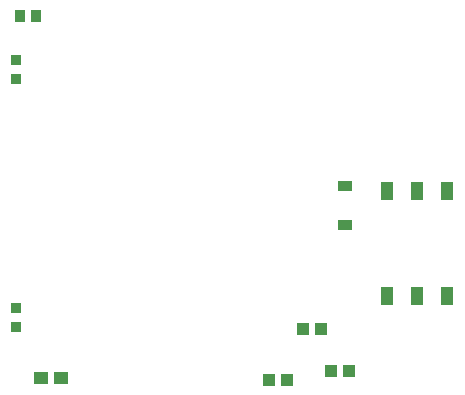
<source format=gtp>
G04*
G04 #@! TF.GenerationSoftware,Altium Limited,CircuitMaker,2.2.0 (2.2.0.5)*
G04*
G04 Layer_Color=7318015*
%FSLAX25Y25*%
%MOIN*%
G70*
G04*
G04 #@! TF.SameCoordinates,9A8D6191-CA6A-4FCB-8608-DBD58737C46A*
G04*
G04*
G04 #@! TF.FilePolarity,Positive*
G04*
G01*
G75*
%ADD15R,0.04134X0.03937*%
%ADD16R,0.03347X0.03347*%
%ADD17R,0.04528X0.04134*%
%ADD18R,0.03543X0.04134*%
%ADD19R,0.04803X0.03583*%
%ADD20R,0.04331X0.05905*%
%ADD21R,0.04331X0.05905*%
%ADD22R,0.04331X0.05905*%
D15*
X196457Y105217D02*
D03*
X190551D02*
D03*
X207677Y122146D02*
D03*
X201772D02*
D03*
X217126Y108071D02*
D03*
X211220D02*
D03*
D16*
X106299Y129134D02*
D03*
Y122835D02*
D03*
Y211811D02*
D03*
X106201Y205512D02*
D03*
D17*
X121161Y105906D02*
D03*
X114665D02*
D03*
D18*
X107579Y226575D02*
D03*
X112894D02*
D03*
D19*
X215846Y169843D02*
D03*
Y156929D02*
D03*
D20*
X229921Y168110D02*
D03*
X249921D02*
D03*
X239921D02*
D03*
D21*
X249921Y133071D02*
D03*
X239921D02*
D03*
D22*
X229921D02*
D03*
M02*

</source>
